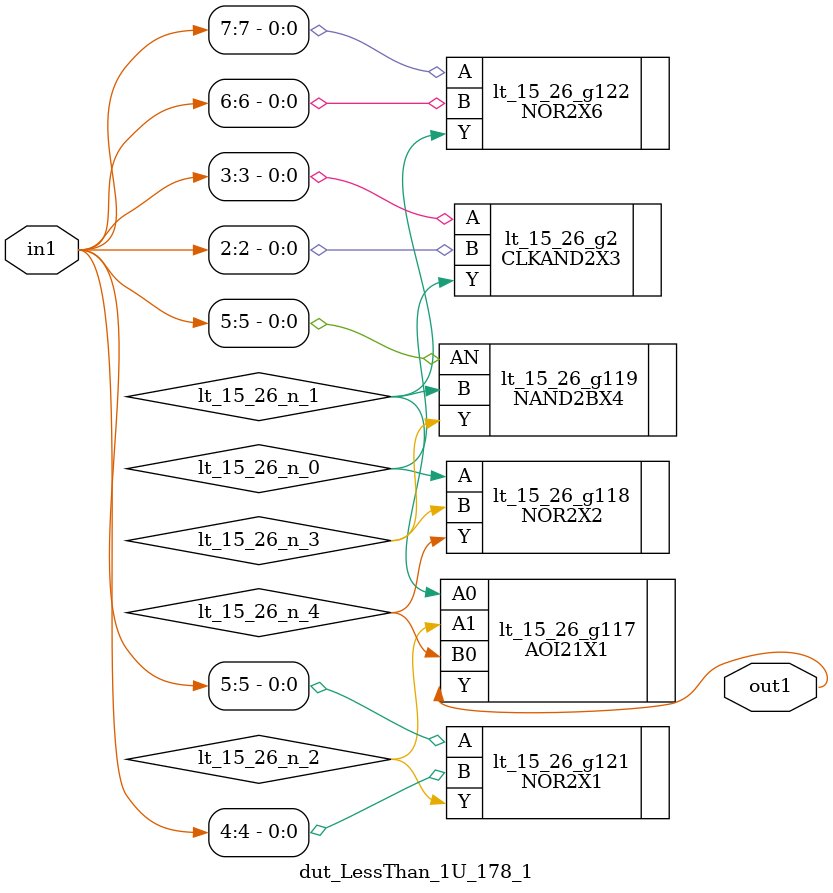
<source format=v>
`timescale 1ps / 1ps


module dut_LessThan_1U_178_1(in1, out1);
  input [7:0] in1;
  output out1;
  wire [7:0] in1;
  wire out1;
  wire lt_15_26_n_0, lt_15_26_n_1, lt_15_26_n_2, lt_15_26_n_3,
       lt_15_26_n_4;
  AOI21X1 lt_15_26_g117(.A0 (lt_15_26_n_1), .A1 (lt_15_26_n_2), .B0
       (lt_15_26_n_4), .Y (out1));
  NOR2X2 lt_15_26_g118(.A (lt_15_26_n_0), .B (lt_15_26_n_3), .Y
       (lt_15_26_n_4));
  NAND2BX4 lt_15_26_g119(.AN (in1[5]), .B (lt_15_26_n_1), .Y
       (lt_15_26_n_3));
  NOR2X1 lt_15_26_g121(.A (in1[5]), .B (in1[4]), .Y (lt_15_26_n_2));
  NOR2X6 lt_15_26_g122(.A (in1[7]), .B (in1[6]), .Y (lt_15_26_n_1));
  CLKAND2X3 lt_15_26_g2(.A (in1[3]), .B (in1[2]), .Y (lt_15_26_n_0));
endmodule



</source>
